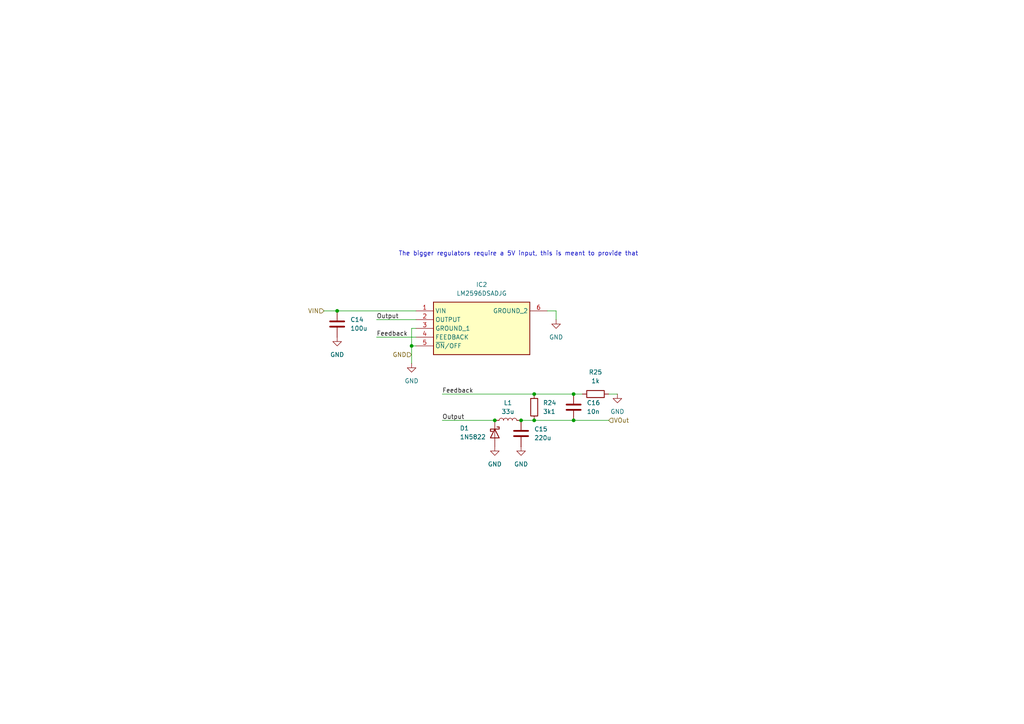
<source format=kicad_sch>
(kicad_sch (version 20250114) (generator "eeschema") (generator_version "9.0")
  (paper "A4")
  (lib_symbols
    (symbol "Device:C" (pin_numbers (hide yes)) (pin_names (offset 0.254))
      (property "Reference" "C" (at 0.635 2.54 0))
      (property "Value" "C" (at 0.635 -2.54 0))
      (symbol "C_0_1"
        (polyline (pts (xy -2.032 0.762) (xy 2.032 0.762)) (stroke (width 0.508)))
        (polyline (pts (xy -2.032 -0.762) (xy 2.032 -0.762)) (stroke (width 0.508)))
      )
      (symbol "C_1_1"
        (pin passive line (at 0 3.81 270) (length 2.794) (name "~") (number "1"))
        (pin passive line (at 0 -3.81 90) (length 2.794) (name "~") (number "2"))
      )
    )
    (symbol "Device:L" (pin_numbers (hide yes)) (pin_names (offset 1.016) (hide yes))
      (property "Reference" "L" (at -1.27 0 90))
      (property "Value" "L" (at 1.905 0 90))
      (symbol "L_0_1"
        (arc (start 0 2.54) (mid 0.6323 1.905) (end 0 1.27))
        (arc (start 0 1.27) (mid 0.6323 0.635) (end 0 0))
        (arc (start 0 0) (mid 0.6323 -0.635) (end 0 -1.27))
        (arc (start 0 -1.27) (mid 0.6323 -1.905) (end 0 -2.54))
      )
      (symbol "L_1_1"
        (pin passive line (at 0 3.81 270) (length 1.27) (name "1") (number "1"))
        (pin passive line (at 0 -3.81 90) (length 1.27) (name "2") (number "2"))
      )
    )
    (symbol "Device:R" (pin_numbers (hide yes)) (pin_names (offset 0))
      (property "Reference" "R" (at 2.032 0 90))
      (property "Value" "R" (at 0 0 90))
      (symbol "R_0_1"
        (rectangle (start -1.016 -2.54) (end 1.016 2.54) (stroke (width 0.254)))
      )
      (symbol "R_1_1"
        (pin passive line (at 0 3.81 270) (length 1.27) (name "~") (number "1"))
        (pin passive line (at 0 -3.81 90) (length 1.27) (name "~") (number "2"))
      )
    )
    (symbol "Diode:1N5822" (pin_numbers (hide yes)) (pin_names (offset 1.016) (hide yes))
      (property "Reference" "D" (at 0 2.54 0))
      (property "Value" "1N5822" (at 0 -2.54 0))
      (symbol "1N5822_0_1"
        (polyline (pts (xy -1.905 0.635) (xy -1.905 1.27) (xy -1.27 1.27) (xy -1.27 -1.27) (xy -0.635 -1.27) (xy -0.635 -0.635)) (stroke (width 0.254)))
        (polyline (pts (xy 1.27 1.27) (xy 1.27 -1.27) (xy -1.27 0) (xy 1.27 1.27)) (stroke (width 0.254)))
        (polyline (pts (xy 1.27 0) (xy -1.27 0)))
      )
      (symbol "1N5822_1_1"
        (pin passive line (at -3.81 0 0) (length 2.54) (name "K") (number "1"))
        (pin passive line (at 3.81 0 180) (length 2.54) (name "A") (number "2"))
      )
    )
    (symbol "LIB_LM2596DSADJG:LM2596DSADJG"
      (property "Reference" "IC" (at 34.29 7.62 0))
      (property "Value" "LM2596DSADJG" (at 34.29 5.08 0))
      (symbol "LM2596DSADJG_1_1"
        (rectangle (start 5.08 2.54) (end 33.02 -12.7) (stroke (width 0.254)) (fill (type background)))
        (pin passive line (at 0 0 0) (length 5.08) (name "VIN") (number "1"))
        (pin passive line (at 0 -2.54 0) (length 5.08) (name "OUTPUT") (number "2"))
        (pin passive line (at 0 -5.08 0) (length 5.08) (name "GROUND_1") (number "3"))
        (pin passive line (at 0 -7.62 0) (length 5.08) (name "FEEDBACK") (number "4"))
        (pin passive line (at 0 -10.16 0) (length 5.08) (name "~{ON}/OFF") (number "5"))
        (pin passive line (at 38.1 0 180) (length 5.08) (name "GROUND_2") (number "6"))
      )
    )
    (symbol "power:GND" (power) (pin_numbers (hide yes)) (pin_names (offset 0) (hide yes))
      (property "Value" "GND" (at 0 -3.81 0))
      (symbol "GND_0_1"
        (polyline (pts (xy 0 0) (xy 0 -1.27) (xy 1.27 -1.27) (xy 0 -2.54) (xy -1.27 -1.27) (xy 0 -1.27)))
      )
      (symbol "GND_1_1"
        (pin power_in line (at 0 0 270) (length 0) (name "~") (number "1"))
      )
    )
  )
  (text "The bigger regulators require a 5V input, this is meant to provide that" (at 150.368 73.66 0) (effects (font (size 1.27 1.27))))
  (junction (at 166.37 114.3))
  (junction (at 143.51 121.92))
  (junction (at 154.94 121.92))
  (junction (at 166.37 121.92))
  (junction (at 119.38 100.33))
  (junction (at 151.13 121.92))
  (junction (at 154.94 114.3))
  (junction (at 97.79 90.17))
  (wire (pts (xy 97.79 90.17) (xy 120.65 90.17)))
  (wire (pts (xy 161.29 92.71) (xy 161.29 90.17)))
  (wire (pts (xy 151.13 121.92) (xy 154.94 121.92)))
  (wire (pts (xy 119.38 105.41) (xy 119.38 100.33)))
  (wire (pts (xy 161.29 90.17) (xy 158.75 90.17)))
  (wire (pts (xy 119.38 100.33) (xy 119.38 95.25)))
  (wire (pts (xy 176.53 114.3) (xy 179.07 114.3)))
  (wire (pts (xy 93.98 90.17) (xy 97.79 90.17)))
  (wire (pts (xy 128.27 121.92) (xy 143.51 121.92)))
  (wire (pts (xy 119.38 95.25) (xy 120.65 95.25)))
  (wire (pts (xy 154.94 121.92) (xy 166.37 121.92)))
  (wire (pts (xy 154.94 114.3) (xy 166.37 114.3)))
  (wire (pts (xy 119.38 100.33) (xy 120.65 100.33)))
  (wire (pts (xy 109.22 97.79) (xy 120.65 97.79)))
  (wire (pts (xy 166.37 114.3) (xy 168.91 114.3)))
  (wire (pts (xy 166.37 121.92) (xy 176.53 121.92)))
  (wire (pts (xy 128.27 114.3) (xy 154.94 114.3)))
  (wire (pts (xy 109.22 92.71) (xy 120.65 92.71)))
  (label "Output" (at 109.22 92.71 0))
  (label "Feedback" (at 128.27 114.3 0))
  (label "Feedback" (at 109.22 97.79 0))
  (label "Output" (at 128.27 121.92 0))
  (hierarchical_label "GND" (shape input) (at 119.38 102.87 180))
  (hierarchical_label "VOut" (shape input) (at 176.53 121.92 0))
  (hierarchical_label "VIN" (shape input) (at 93.98 90.17 180))
  (symbol (lib_id "Diode:1N5822") (at 143.51 125.73 270) (unit 1)
    (property "Reference" "D1" (at 133.35 124.206 90) (effects (justify left)))
    (property "Value" "1N5822" (at 133.35 126.746 90) (effects (justify left)))
    (property "Footprint" "Diode_THT:D_DO-201AD_P15.24mm_Horizontal" (effects (hide yes)))
    (property "Datasheet" "http://www.vishay.com/docs/88526/1n5820.pdf" (effects (hide yes)))
    (property "Description" "40V 3A Schottky Barrier Rectifier Diode, DO-201AD" (effects (hide yes)))
  )
  (symbol (lib_id "Device:C") (at 151.13 125.73 0) (unit 1)
    (property "Reference" "C15" (at 154.94 124.4599 0) (effects (justify left)))
    (property "Value" "220u" (at 154.94 126.9999 0) (effects (justify left)))
    (property "Footprint" "Capacitor_SMD:C_0805_2012Metric_Pad1.18x1.45mm_HandSolder" (effects (hide yes)))
    (property "Description" "Unpolarized capacitor" (effects (hide yes)))
  )
  (symbol (lib_id "power:GND") (at 161.29 92.71 0) (unit 1)
    (property "Reference" "#PWR019" (effects (hide yes)))
    (property "Value" "GND" (at 161.29 97.79 0))
    (property "Description" "Power symbol creates a global label with name \"GND\" , ground" (effects (hide yes)))
  )
  (symbol (lib_id "power:GND") (at 143.51 129.54 0) (unit 1)
    (property "Reference" "#PWR020" (effects (hide yes)))
    (property "Value" "GND" (at 143.51 134.62 0))
    (property "Description" "Power symbol creates a global label with name \"GND\" , ground" (effects (hide yes)))
  )
  (symbol (lib_id "power:GND") (at 151.13 129.54 0) (unit 1)
    (property "Reference" "#PWR021" (effects (hide yes)))
    (property "Value" "GND" (at 151.13 134.62 0))
    (property "Description" "Power symbol creates a global label with name \"GND\" , ground" (effects (hide yes)))
  )
  (symbol (lib_id "Device:R") (at 154.94 118.11 0) (unit 1)
    (property "Reference" "R24" (at 157.48 116.8399 0) (effects (justify left)))
    (property "Value" "3k1" (at 157.48 119.3799 0) (effects (justify left)))
    (property "Footprint" "Resistor_SMD:R_0805_2012Metric_Pad1.20x1.40mm_HandSolder" (effects (hide yes)))
    (property "Description" "Resistor" (effects (hide yes)))
  )
  (symbol (lib_id "power:GND") (at 179.07 114.3 0) (unit 1)
    (property "Reference" "#PWR022" (effects (hide yes)))
    (property "Value" "GND" (at 179.07 119.38 0))
    (property "Description" "Power symbol creates a global label with name \"GND\" , ground" (effects (hide yes)))
  )
  (symbol (lib_id "Device:L") (at 147.32 121.92 90) (unit 1)
    (property "Reference" "L1" (at 147.32 116.84 90))
    (property "Value" "33u" (at 147.32 119.38 90))
    (property "Footprint" "Inductor_SMD:L_0805_2012Metric_Pad1.15x1.40mm_HandSolder" (effects (hide yes)))
    (property "Description" "Inductor" (effects (hide yes)))
  )
  (symbol (lib_id "Device:R") (at 172.72 114.3 90) (unit 1)
    (property "Reference" "R25" (at 172.72 107.95 90))
    (property "Value" "1k" (at 172.72 110.49 90))
    (property "Footprint" "Resistor_SMD:R_0805_2012Metric_Pad1.20x1.40mm_HandSolder" (effects (hide yes)))
    (property "Description" "Resistor" (effects (hide yes)))
  )
  (symbol (lib_id "LIB_LM2596DSADJG:LM2596DSADJG") (at 120.65 90.17 0) (unit 1)
    (property "Reference" "IC2" (at 139.7 82.55 0))
    (property "Value" "LM2596DSADJG" (at 139.7 85.09 0))
    (property "Footprint" "LIB_LM2596DSADJG:LM2596DSADJG" (effects (hide yes)))
    (property "Datasheet" "https://www.onsemi.com/download/data-sheet/pdf/lm2596-d.pdf" (effects (hide yes)))
    (property "Description" "Buck, Boost, Buck-Boost Switching Regulator IC Positive or Negative Adjustable 1.23V 1 Output 3A TO-263-6, D2PAK (5 Leads + Tab), TO-263BA" (effects (hide yes)))
    (property "Height" "4.826" (effects (hide yes)))
    (property "Manufacturer_Name" "onsemi" (effects (hide yes)))
    (property "Manufacturer_Part_Number" "LM2596DSADJG" (effects (hide yes)))
    (property "Mouser Part Number" "863-LM2596DSADJG" (effects (hide yes)))
    (property "Mouser Price/Stock" "https://www.mouser.co.uk/ProductDetail/onsemi/LM2596DSADJG?qs=atIEnC%2F2K4W1Dy%252BFjrRjIQ%3D%3D" (effects (hide yes)))
    (property "Arrow Part Number" "LM2596DSADJG" (effects (hide yes)))
    (property "Arrow Price/Stock" "https://www.arrow.com/en/products/lm2596dsadjg/on-semiconductor?utm_currency=USD&region=europe" (effects (hide yes)))
  )
  (symbol (lib_id "Device:C") (at 166.37 118.11 0) (unit 1)
    (property "Reference" "C16" (at 170.18 116.8399 0) (effects (justify left)))
    (property "Value" "10n" (at 170.18 119.3799 0) (effects (justify left)))
    (property "Footprint" "Capacitor_SMD:C_0805_2012Metric_Pad1.18x1.45mm_HandSolder" (effects (hide yes)))
    (property "Description" "Unpolarized capacitor" (effects (hide yes)))
  )
  (symbol (lib_id "Device:C") (at 97.79 93.98 0) (unit 1)
    (property "Reference" "C14" (at 101.6 92.7099 0) (effects (justify left)))
    (property "Value" "100u" (at 101.6 95.2499 0) (effects (justify left)))
    (property "Footprint" "Capacitor_SMD:C_0805_2012Metric_Pad1.18x1.45mm_HandSolder" (effects (hide yes)))
    (property "Description" "Unpolarized capacitor" (effects (hide yes)))
  )
  (symbol (lib_id "power:GND") (at 119.38 105.41 0) (unit 1)
    (property "Reference" "#PWR018" (effects (hide yes)))
    (property "Value" "GND" (at 119.38 110.49 0))
    (property "Description" "Power symbol creates a global label with name \"GND\" , ground" (effects (hide yes)))
  )
  (symbol (lib_id "power:GND") (at 97.79 97.79 0) (unit 1)
    (property "Reference" "#PWR017" (effects (hide yes)))
    (property "Value" "GND" (at 97.79 102.87 0))
    (property "Description" "Power symbol creates a global label with name \"GND\" , ground" (effects (hide yes)))
  )
)
</source>
